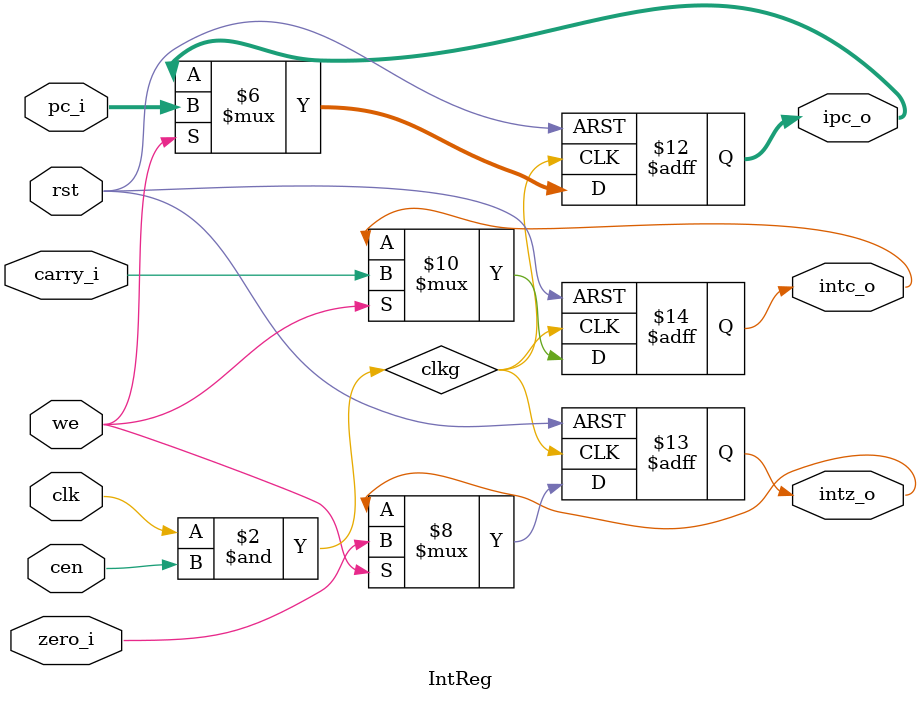
<source format=sv>
module IntReg (
	//de a egg globales
	input logic clk,
	input logic cen,
	input logic rst,
	input logic we,
	input logic [11:0]pc_i, //viene de progcounter
	//alu flags inputs
	input logic zero_i, //z_i
	input logic carry_i, //c_i
	//output
	output logic [11:0]ipc_o,
	output logic intc_o,
	output logic intz_o
	);
	
	logic clkg;
	always_comb clkg = clk & cen;
	
	//flip flop carry
	always_ff @(posedge clkg or posedge rst) begin //guardar el carry de la operacion anterior
		if (rst)
			intc_o <= 0; //esta bien
		else if(we) //guardamos al siguiente ciclo de reloj si el enable esta activado
			intc_o <= carry_i;
	end

	//flip flop zero
	always_ff @(posedge clkg or posedge rst) begin //guardar el carry de la operacion anterior
		if (rst)
			intz_o <= 0; //esta bien
		else if(we) //guardamos al siguiente ciclo de reloj si el enable esta activado
			intz_o <= zero_i;
	end
	
	//flip flop ipc_o
	always_ff @(posedge clkg or posedge rst) begin //guardar el carry de la operacion anterior
		if (rst)
			ipc_o <= 0; //esta bien
		else if(we) //guardamos al siguiente ciclo de reloj si el enable esta activado
			ipc_o <= pc_i;
	end

	
endmodule 
	
</source>
